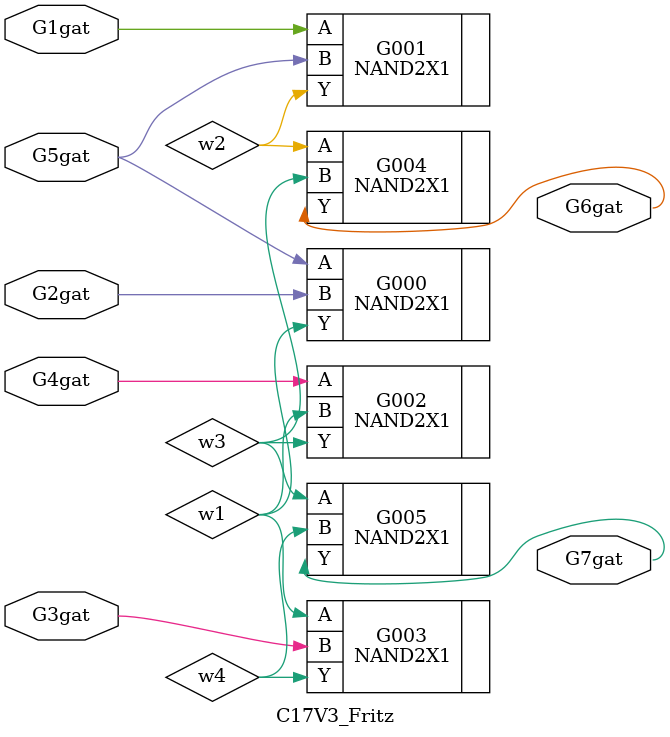
<source format=v>
module C17V3_Fritz (
    G1gat, G2gat, G3gat, G4gat, G5gat, G6gat, G7gat );
  input  G1gat, G2gat, G3gat, G4gat, G5gat;
  output G6gat, G7gat ;
  wire w1, w2, w3, w4;

  
  NAND2X1   G000(.A(G5gat), .B(G2gat), .Y(w1));
  NAND2X1   G001(.A(G1gat), .B(G5gat), .Y(w2));
  
  NAND2X1   G002(.A(G4gat), .B(w1), .Y(w3));
  NAND2X1   G003(.A(w1), .B(G3gat), .Y(w4));

  NAND2X1   G004(.A(w2), .B(w3), .Y(G6gat));
  NAND2X1   G005(.A(w3), .B(w4), .Y(G7gat));

endmodule



</source>
